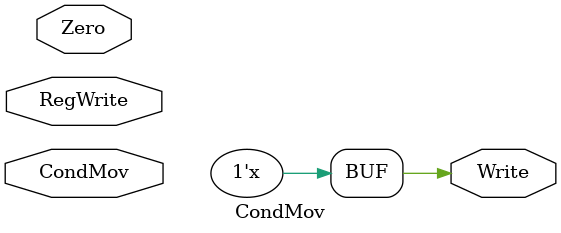
<source format=v>
`timescale 1ns / 1ps


module CondMov(RegWrite, CondMov, Zero, Write);
    
    input RegWrite, CondMov, Zero;
    output reg Write;
    
    reg And1, And2;
    
    always@(*) begin
        And1 <= RegWrite & ~CondMov; 
        And2 <= CondMov  & Zero;
        Write <= And1 | And2;
    end

endmodule

</source>
